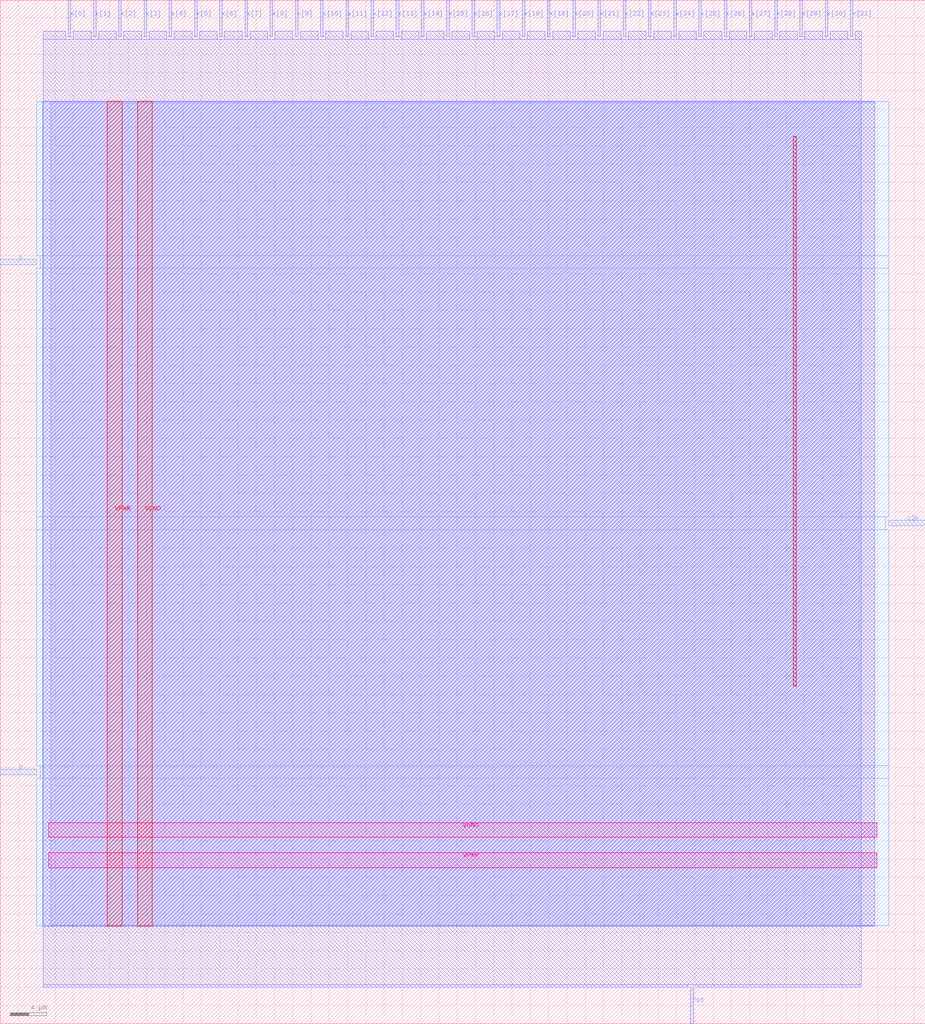
<source format=lef>
VERSION 5.7 ;
  NOWIREEXTENSIONATPIN ON ;
  DIVIDERCHAR "/" ;
  BUSBITCHARS "[]" ;
MACRO spm
  CLASS BLOCK ;
  FOREIGN spm ;
  ORIGIN 0.000 0.000 ;
  SIZE 101.205 BY 111.925 ;
  PIN VGND
    USE GROUND ;
    PORT
      LAYER met5 ;
        RECT 5.280 20.380 95.920 21.980 ;
    END
    PORT
      LAYER met4 ;
        RECT 15.020 10.640 16.620 100.880 ;
    END
  END VGND
  PIN VPWR
    USE POWER ;
    PORT
      LAYER met5 ;
        RECT 5.280 17.080 95.920 18.680 ;
    END
    PORT
      LAYER met4 ;
        RECT 11.720 10.640 13.320 100.880 ;
    END
  END VPWR
  PIN clk
    ANTENNAGATEAREA 10.176000 ;
    PORT
      LAYER met3 ;
        RECT 97.205 54.440 101.205 55.040 ;
    END
  END clk
  PIN p
    ANTENNADIFFAREA 1.336500 ;
    PORT
      LAYER met3 ;
        RECT 0.000 27.240 4.000 27.840 ;
    END
  END p
  PIN rst
    ANTENNAGATEAREA 0.196500 ;
    PORT
      LAYER met2 ;
        RECT 75.530 0.000 75.810 4.000 ;
    END
  END rst
  PIN x[0]
    ANTENNAGATEAREA 0.196500 ;
    PORT
      LAYER met2 ;
        RECT 7.450 107.925 7.730 111.925 ;
    END
  END x[0]
  PIN x[10]
    ANTENNAGATEAREA 0.196500 ;
    PORT
      LAYER met2 ;
        RECT 35.050 107.925 35.330 111.925 ;
    END
  END x[10]
  PIN x[11]
    ANTENNAGATEAREA 0.196500 ;
    PORT
      LAYER met2 ;
        RECT 37.810 107.925 38.090 111.925 ;
    END
  END x[11]
  PIN x[12]
    ANTENNAGATEAREA 0.196500 ;
    PORT
      LAYER met2 ;
        RECT 40.570 107.925 40.850 111.925 ;
    END
  END x[12]
  PIN x[13]
    ANTENNAGATEAREA 0.196500 ;
    PORT
      LAYER met2 ;
        RECT 43.330 107.925 43.610 111.925 ;
    END
  END x[13]
  PIN x[14]
    ANTENNAGATEAREA 0.196500 ;
    PORT
      LAYER met2 ;
        RECT 46.090 107.925 46.370 111.925 ;
    END
  END x[14]
  PIN x[15]
    ANTENNAGATEAREA 0.196500 ;
    PORT
      LAYER met2 ;
        RECT 48.850 107.925 49.130 111.925 ;
    END
  END x[15]
  PIN x[16]
    ANTENNAGATEAREA 0.196500 ;
    PORT
      LAYER met2 ;
        RECT 51.610 107.925 51.890 111.925 ;
    END
  END x[16]
  PIN x[17]
    ANTENNAGATEAREA 0.196500 ;
    PORT
      LAYER met2 ;
        RECT 54.370 107.925 54.650 111.925 ;
    END
  END x[17]
  PIN x[18]
    ANTENNAGATEAREA 0.196500 ;
    PORT
      LAYER met2 ;
        RECT 57.130 107.925 57.410 111.925 ;
    END
  END x[18]
  PIN x[19]
    ANTENNAGATEAREA 0.196500 ;
    PORT
      LAYER met2 ;
        RECT 59.890 107.925 60.170 111.925 ;
    END
  END x[19]
  PIN x[1]
    ANTENNAGATEAREA 0.196500 ;
    PORT
      LAYER met2 ;
        RECT 10.210 107.925 10.490 111.925 ;
    END
  END x[1]
  PIN x[20]
    ANTENNAGATEAREA 0.196500 ;
    PORT
      LAYER met2 ;
        RECT 62.650 107.925 62.930 111.925 ;
    END
  END x[20]
  PIN x[21]
    ANTENNAGATEAREA 0.196500 ;
    PORT
      LAYER met2 ;
        RECT 65.410 107.925 65.690 111.925 ;
    END
  END x[21]
  PIN x[22]
    ANTENNAGATEAREA 0.196500 ;
    PORT
      LAYER met2 ;
        RECT 68.170 107.925 68.450 111.925 ;
    END
  END x[22]
  PIN x[23]
    ANTENNAGATEAREA 0.196500 ;
    PORT
      LAYER met2 ;
        RECT 70.930 107.925 71.210 111.925 ;
    END
  END x[23]
  PIN x[24]
    ANTENNAGATEAREA 0.196500 ;
    PORT
      LAYER met2 ;
        RECT 73.690 107.925 73.970 111.925 ;
    END
  END x[24]
  PIN x[25]
    ANTENNAGATEAREA 0.196500 ;
    PORT
      LAYER met2 ;
        RECT 76.450 107.925 76.730 111.925 ;
    END
  END x[25]
  PIN x[26]
    ANTENNAGATEAREA 0.196500 ;
    PORT
      LAYER met2 ;
        RECT 79.210 107.925 79.490 111.925 ;
    END
  END x[26]
  PIN x[27]
    ANTENNAGATEAREA 0.196500 ;
    PORT
      LAYER met2 ;
        RECT 81.970 107.925 82.250 111.925 ;
    END
  END x[27]
  PIN x[28]
    ANTENNAGATEAREA 0.196500 ;
    PORT
      LAYER met2 ;
        RECT 84.730 107.925 85.010 111.925 ;
    END
  END x[28]
  PIN x[29]
    ANTENNAGATEAREA 0.196500 ;
    PORT
      LAYER met2 ;
        RECT 87.490 107.925 87.770 111.925 ;
    END
  END x[29]
  PIN x[2]
    ANTENNAGATEAREA 0.196500 ;
    PORT
      LAYER met2 ;
        RECT 12.970 107.925 13.250 111.925 ;
    END
  END x[2]
  PIN x[30]
    ANTENNAGATEAREA 0.196500 ;
    PORT
      LAYER met2 ;
        RECT 90.250 107.925 90.530 111.925 ;
    END
  END x[30]
  PIN x[31]
    ANTENNAGATEAREA 0.196500 ;
    PORT
      LAYER met2 ;
        RECT 93.010 107.925 93.290 111.925 ;
    END
  END x[31]
  PIN x[3]
    ANTENNAGATEAREA 0.196500 ;
    PORT
      LAYER met2 ;
        RECT 15.730 107.925 16.010 111.925 ;
    END
  END x[3]
  PIN x[4]
    ANTENNAGATEAREA 0.196500 ;
    PORT
      LAYER met2 ;
        RECT 18.490 107.925 18.770 111.925 ;
    END
  END x[4]
  PIN x[5]
    ANTENNAGATEAREA 0.196500 ;
    PORT
      LAYER met2 ;
        RECT 21.250 107.925 21.530 111.925 ;
    END
  END x[5]
  PIN x[6]
    ANTENNAGATEAREA 0.196500 ;
    PORT
      LAYER met2 ;
        RECT 24.010 107.925 24.290 111.925 ;
    END
  END x[6]
  PIN x[7]
    ANTENNAGATEAREA 0.196500 ;
    PORT
      LAYER met2 ;
        RECT 26.770 107.925 27.050 111.925 ;
    END
  END x[7]
  PIN x[8]
    ANTENNAGATEAREA 0.196500 ;
    PORT
      LAYER met2 ;
        RECT 29.530 107.925 29.810 111.925 ;
    END
  END x[8]
  PIN x[9]
    ANTENNAGATEAREA 0.196500 ;
    PORT
      LAYER met2 ;
        RECT 32.290 107.925 32.570 111.925 ;
    END
  END x[9]
  PIN y
    ANTENNAGATEAREA 0.196500 ;
    PORT
      LAYER met3 ;
        RECT 0.000 83.000 4.000 83.600 ;
    END
  END y
  OBS
      LAYER li1 ;
        RECT 5.520 10.795 95.680 100.725 ;
      LAYER met1 ;
        RECT 4.670 10.640 95.680 100.880 ;
      LAYER met2 ;
        RECT 4.690 107.645 7.170 108.530 ;
        RECT 8.010 107.645 9.930 108.530 ;
        RECT 10.770 107.645 12.690 108.530 ;
        RECT 13.530 107.645 15.450 108.530 ;
        RECT 16.290 107.645 18.210 108.530 ;
        RECT 19.050 107.645 20.970 108.530 ;
        RECT 21.810 107.645 23.730 108.530 ;
        RECT 24.570 107.645 26.490 108.530 ;
        RECT 27.330 107.645 29.250 108.530 ;
        RECT 30.090 107.645 32.010 108.530 ;
        RECT 32.850 107.645 34.770 108.530 ;
        RECT 35.610 107.645 37.530 108.530 ;
        RECT 38.370 107.645 40.290 108.530 ;
        RECT 41.130 107.645 43.050 108.530 ;
        RECT 43.890 107.645 45.810 108.530 ;
        RECT 46.650 107.645 48.570 108.530 ;
        RECT 49.410 107.645 51.330 108.530 ;
        RECT 52.170 107.645 54.090 108.530 ;
        RECT 54.930 107.645 56.850 108.530 ;
        RECT 57.690 107.645 59.610 108.530 ;
        RECT 60.450 107.645 62.370 108.530 ;
        RECT 63.210 107.645 65.130 108.530 ;
        RECT 65.970 107.645 67.890 108.530 ;
        RECT 68.730 107.645 70.650 108.530 ;
        RECT 71.490 107.645 73.410 108.530 ;
        RECT 74.250 107.645 76.170 108.530 ;
        RECT 77.010 107.645 78.930 108.530 ;
        RECT 79.770 107.645 81.690 108.530 ;
        RECT 82.530 107.645 84.450 108.530 ;
        RECT 85.290 107.645 87.210 108.530 ;
        RECT 88.050 107.645 89.970 108.530 ;
        RECT 90.810 107.645 92.730 108.530 ;
        RECT 93.570 107.645 94.200 108.530 ;
        RECT 4.690 4.280 94.200 107.645 ;
        RECT 4.690 4.000 75.250 4.280 ;
        RECT 76.090 4.000 94.200 4.280 ;
      LAYER met3 ;
        RECT 4.000 84.000 97.205 100.805 ;
        RECT 4.400 82.600 97.205 84.000 ;
        RECT 4.000 55.440 97.205 82.600 ;
        RECT 4.000 54.040 96.805 55.440 ;
        RECT 4.000 28.240 97.205 54.040 ;
        RECT 4.400 26.840 97.205 28.240 ;
        RECT 4.000 10.715 97.205 26.840 ;
      LAYER met4 ;
        RECT 86.775 36.895 87.105 97.065 ;
  END
END spm
END LIBRARY


</source>
